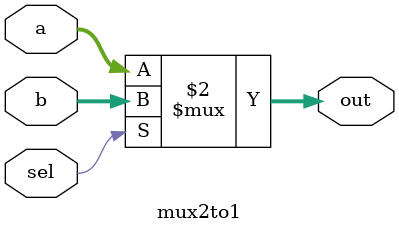
<source format=v>
`timescale 1ns / 1ps

module mux2to1(a, b, sel, out);
input [63:0] a; 
input [63:0] b;
input sel;
output reg [63:0] out;
always @(*) begin
out<=sel? b:a; //if sel==1, out=b else out =a
end
endmodule
</source>
